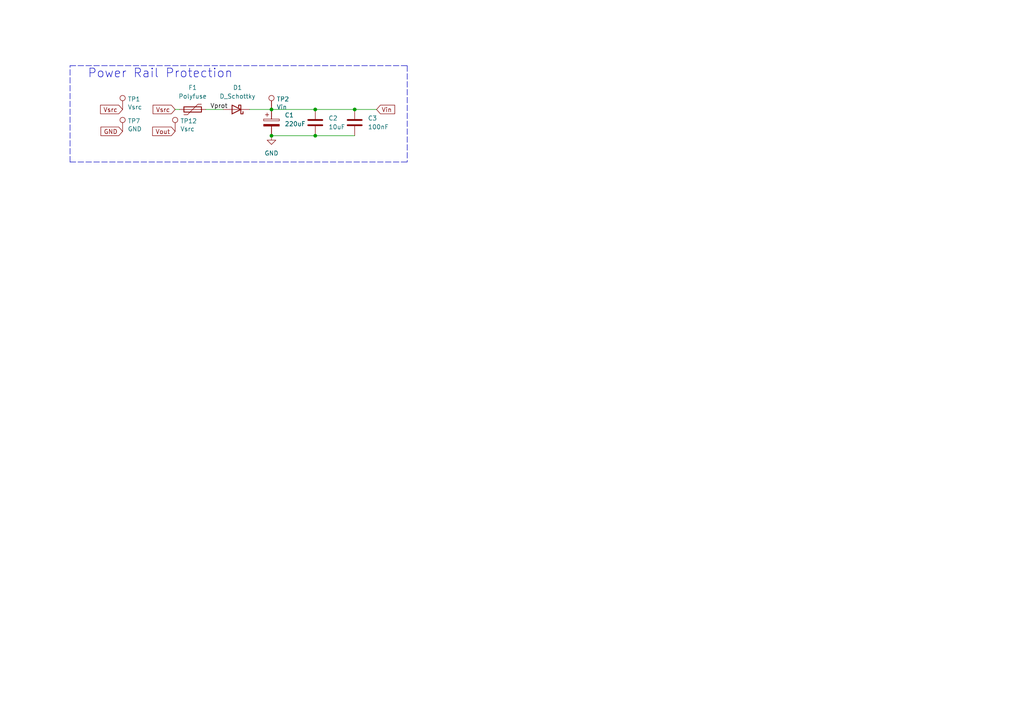
<source format=kicad_sch>
(kicad_sch (version 20211123) (generator eeschema)
  (paper "A4")
  (lib_symbols
    (symbol "Connector:TestPoint" (pin_numbers hide) (pin_names (offset 0.762) hide)
      (property "Reference" "TP" (at 0 6.858 0))
      (property "Value" "TestPoint" (at 0 5.08 0))
      (symbol "TestPoint_0_1"
        (circle (center 0 3.302) (radius 0.762))
      )
      (symbol "TestPoint_1_1"
        (pin passive line (at 0 0 90) (length 2.54) (name "1") (number "1"))
      )
    )
    (symbol "Device:C" (pin_numbers hide) (pin_names (offset 0.254))
      (property "Reference" "C" (at 0.635 2.54 0))
      (property "Value" "C" (at 0.635 -2.54 0))
      (symbol "C_0_1"
        (polyline (pts (xy -2.032 -0.762) (xy 2.032 -0.762)) (stroke (width 0.508)))
        (polyline (pts (xy -2.032 0.762) (xy 2.032 0.762)) (stroke (width 0.508)))
      )
      (symbol "C_1_1"
        (pin passive line (at 0 3.81 270) (length 2.794) (name "~") (number "1"))
        (pin passive line (at 0 -3.81 90) (length 2.794) (name "~") (number "2"))
      )
    )
    (symbol "Device:C_Polarized" (pin_numbers hide) (pin_names (offset 0.254))
      (property "Reference" "C" (at 0.635 2.54 0))
      (property "Value" "C_Polarized" (at 0.635 -2.54 0))
      (symbol "C_Polarized_0_1"
        (rectangle (start -2.286 0.508) (end 2.286 1.016))
        (polyline (pts (xy -1.778 2.286) (xy -0.762 2.286)))
        (polyline (pts (xy -1.27 2.794) (xy -1.27 1.778)))
        (rectangle (start 2.286 -0.508) (end -2.286 -1.016) (fill (type outline)))
      )
      (symbol "C_Polarized_1_1"
        (pin passive line (at 0 3.81 270) (length 2.794) (name "~") (number "1"))
        (pin passive line (at 0 -3.81 90) (length 2.794) (name "~") (number "2"))
      )
    )
    (symbol "Device:D_Schottky" (pin_numbers hide) (pin_names (offset 1.016) hide)
      (property "Reference" "D" (at 0 2.54 0))
      (property "Value" "D_Schottky" (at 0 -2.54 0))
      (symbol "D_Schottky_0_1"
        (polyline (pts (xy 1.27 0) (xy -1.27 0)))
        (polyline (pts (xy 1.27 1.27) (xy 1.27 -1.27) (xy -1.27 0) (xy 1.27 1.27)) (stroke (width 0.254)))
        (polyline (pts (xy -1.905 0.635) (xy -1.905 1.27) (xy -1.27 1.27) (xy -1.27 -1.27) (xy -0.635 -1.27) (xy -0.635 -0.635)) (stroke (width 0.254)))
      )
      (symbol "D_Schottky_1_1"
        (pin passive line (at -3.81 0 0) (length 2.54) (name "K") (number "1"))
        (pin passive line (at 3.81 0 180) (length 2.54) (name "A") (number "2"))
      )
    )
    (symbol "Device:Polyfuse" (pin_numbers hide) (pin_names (offset 0))
      (property "Reference" "F" (at -2.54 0 90))
      (property "Value" "Polyfuse" (at 2.54 0 90))
      (symbol "Polyfuse_0_1"
        (rectangle (start -0.762 2.54) (end 0.762 -2.54) (stroke (width 0.254)))
        (polyline (pts (xy 0 2.54) (xy 0 -2.54)))
        (polyline (pts (xy -1.524 2.54) (xy -1.524 1.524) (xy 1.524 -1.524) (xy 1.524 -2.54)))
      )
      (symbol "Polyfuse_1_1"
        (pin passive line (at 0 3.81 270) (length 1.27) (name "~") (number "1"))
        (pin passive line (at 0 -3.81 90) (length 1.27) (name "~") (number "2"))
      )
    )
    (symbol "power:GND" (power) (pin_names (offset 0))
      (property "Value" "GND" (at 0 -3.81 0))
      (symbol "GND_0_1"
        (polyline (pts (xy 0 0) (xy 0 -1.27) (xy 1.27 -1.27) (xy 0 -2.54) (xy -1.27 -1.27) (xy 0 -1.27)))
      )
      (symbol "GND_1_1"
        (pin power_in line (at 0 0 270) (length 0) hide (name "GND") (number "1"))
      )
    )
  )
  (junction (at 78.74 31.75))
  (junction (at 91.44 39.37))
  (junction (at 102.87 31.75))
  (junction (at 91.44 31.75))
  (junction (at 78.74 39.37))
  (wire (pts (xy 78.74 31.75) (xy 91.44 31.75)))
  (wire (pts (xy 78.74 39.37) (xy 91.44 39.37)))
  (polyline (pts (xy 20.32 46.99) (xy 118.11 46.99)))
  (polyline (pts (xy 118.11 19.05) (xy 118.11 46.99)))
  (wire (pts (xy 59.69 31.75) (xy 64.77 31.75)))
  (wire (pts (xy 102.87 31.75) (xy 109.22 31.75)))
  (wire (pts (xy 91.44 39.37) (xy 102.87 39.37)))
  (polyline (pts (xy 20.32 19.05) (xy 118.11 19.05)))
  (wire (pts (xy 91.44 31.75) (xy 102.87 31.75)))
  (wire (pts (xy 52.07 31.75) (xy 50.8 31.75)))
  (polyline (pts (xy 20.32 46.99) (xy 20.32 19.05)))
  (wire (pts (xy 72.39 31.75) (xy 78.74 31.75)))
  (text "Power Rail Protection" (at 25.4 22.86 0) (effects (font (size 2.54 2.54)) (justify left bottom)))
  (label "Vprot" (at 60.96 31.75 0))
  (global_label "Vsrc" (shape input) (at 35.56 31.75 180) (property "Intersheet References" "${INTERSHEET_REFS}" (effects hide)))
  (global_label "GND" (shape input) (at 35.56 38.1 180) (property "Intersheet References" "${INTERSHEET_REFS}" (effects hide)))
  (global_label "Vout" (shape input) (at 50.8 38.1 180) (property "Intersheet References" "${INTERSHEET_REFS}" (effects hide)))
  (global_label "Vsrc" (shape input) (at 50.8 31.75 180) (property "Intersheet References" "${INTERSHEET_REFS}" (effects hide)))
  (global_label "Vin" (shape input) (at 109.22 31.75 0) (property "Intersheet References" "${INTERSHEET_REFS}" (effects hide)))
  (symbol (lib_id "Device:C_Polarized") (at 78.74 35.56 0) (unit 1)
    (property "Reference" "C1" (at 82.55 33.4009 0) (effects (justify left)))
    (property "Value" "220uF" (at 82.55 35.9409 0) (effects (justify left)))
    (property "Footprint" "Capacitor_SMD:CP_Elec_10x10" (effects hide))
    (property "LCSC" "C125977" (effects hide))
  )
  (symbol (lib_id "Device:C") (at 102.87 35.56 0) (unit 1)
    (property "Reference" "C3" (at 106.68 34.2899 0) (effects (justify left)))
    (property "Value" "100nF" (at 106.68 36.8299 0) (effects (justify left)))
    (property "Footprint" "Capacitor_SMD:C_0603_1608Metric" (effects hide))
    (property "LCSC" "C1591" (effects hide))
  )
  (symbol (lib_id "Connector:TestPoint") (at 35.56 31.75 0) (unit 1) (in_bom no)
    (property "Reference" "TP1" (at 37.0332 28.7528 0) (effects (justify left)))
    (property "Value" "Vsrc" (at 37.0332 31.0642 0) (effects (justify left)))
    (property "Footprint" "tinker:TestPoint_THTPad_D1.0mm_Drill0.5mm" (effects hide))
  )
  (symbol (lib_id "Connector:TestPoint") (at 50.8 38.1 0) (unit 1) (in_bom no) (on_board no)
    (property "Reference" "TP12" (at 52.2732 35.1028 0) (effects (justify left)))
    (property "Value" "Vsrc" (at 52.2732 37.4142 0) (effects (justify left)))
    (property "Footprint" "tinker:TestPoint_THTPad_D1.0mm_Drill0.5mm" (effects hide))
  )
  (symbol (lib_id "Connector:TestPoint") (at 78.74 31.75 0) (unit 1) (in_bom no)
    (property "Reference" "TP2" (at 80.2132 28.7528 0) (effects (justify left)))
    (property "Value" "Vin" (at 80.2132 31.0642 0) (effects (justify left)))
    (property "Footprint" "tinker:TestPoint_THTPad_D1.0mm_Drill0.5mm" (effects hide))
  )
  (symbol (lib_id "Device:D_Schottky") (at 68.58 31.75 180) (unit 1)
    (property "Reference" "D1" (at 68.8975 25.4 0))
    (property "Value" "D_Schottky" (at 68.8975 27.94 0))
    (property "Footprint" "Diode_SMD:D_SMA" (effects hide))
    (property "LCSC" "C3040450" (effects hide))
  )
  (symbol (lib_id "Device:Polyfuse") (at 55.88 31.75 90) (unit 1)
    (property "Reference" "F1" (at 55.88 25.4 90))
    (property "Value" "Polyfuse" (at 55.88 27.94 90))
    (property "Footprint" "tinker:F1206" (effects hide))
    (property "Datasheet" "https://www.lcsc.com/datasheet/lcsc_datasheet_2305121424_BHFUSE-BSMD1206L-260_C960020.pdf" (effects hide))
    (property "LCSC" "C2977524 (random choice)" (effects hide))
    (property "Field5" "BHFuse BSMD1206 family" (effects hide))
    (property "Field6" "https://www.lcsc.com/products/Resettable-Fuses_11042.html?keyword=BSMD1206" (effects hide))
  )
  (symbol (lib_id "Device:C") (at 91.44 35.56 0) (unit 1)
    (property "Reference" "C2" (at 95.25 34.2899 0) (effects (justify left)))
    (property "Value" "10uF" (at 95.25 36.8299 0) (effects (justify left)))
    (property "Footprint" "Capacitor_SMD:C_1206_3216Metric" (effects hide))
  )
  (symbol (lib_id "Connector:TestPoint") (at 35.56 38.1 0) (unit 1) (in_bom no)
    (property "Reference" "TP7" (at 37.0332 35.1028 0) (effects (justify left)))
    (property "Value" "GND" (at 37.0332 37.4142 0) (effects (justify left)))
    (property "Footprint" "tinker:TestPoint_THTPad_D1.0mm_Drill0.5mm" (effects hide))
  )
  (symbol (lib_id "power:GND") (at 78.74 39.37 0) (unit 1)
    (property "Reference" "#PWR0105" (effects hide))
    (property "Value" "GND" (at 78.74 44.45 0))
  )
)
</source>
